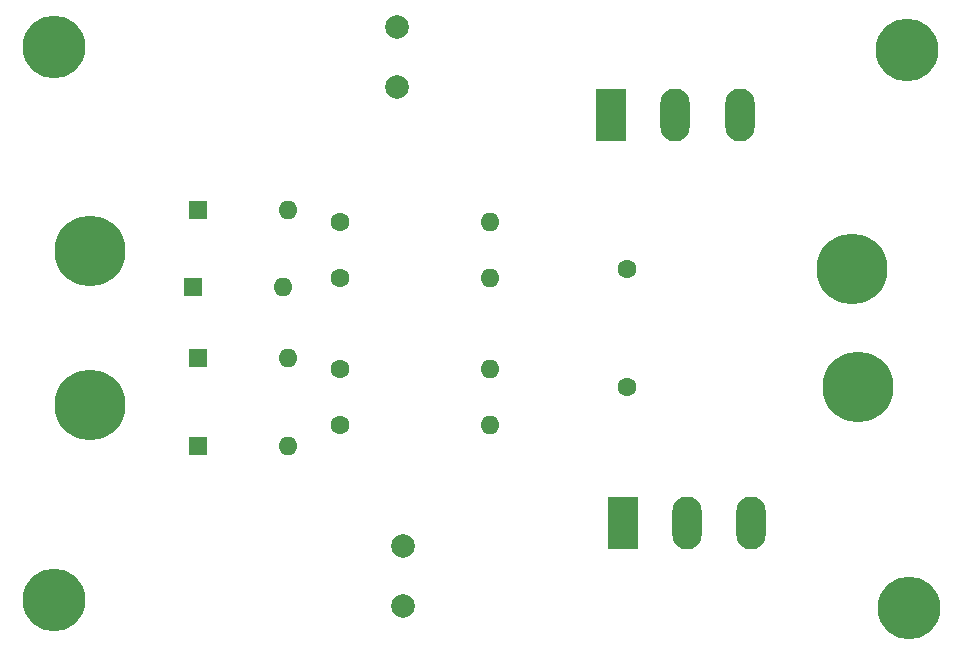
<source format=gbr>
%TF.GenerationSoftware,KiCad,Pcbnew,8.0.7*%
%TF.CreationDate,2025-10-16T17:38:00-07:00*%
%TF.ProjectId,ZVS Driver,5a565320-4472-4697-9665-722e6b696361,rev?*%
%TF.SameCoordinates,Original*%
%TF.FileFunction,Soldermask,Bot*%
%TF.FilePolarity,Negative*%
%FSLAX46Y46*%
G04 Gerber Fmt 4.6, Leading zero omitted, Abs format (unit mm)*
G04 Created by KiCad (PCBNEW 8.0.7) date 2025-10-16 17:38:00*
%MOMM*%
%LPD*%
G01*
G04 APERTURE LIST*
%ADD10C,1.600000*%
%ADD11O,1.600000X1.600000*%
%ADD12R,1.600000X1.600000*%
%ADD13C,5.300000*%
%ADD14R,2.500000X4.500000*%
%ADD15O,2.500000X4.500000*%
%ADD16C,2.000000*%
%ADD17C,6.000000*%
G04 APERTURE END LIST*
D10*
%TO.C,R4*%
X165650000Y-93250000D03*
D11*
X178350000Y-93250000D03*
%TD*%
D12*
%TO.C,D2*%
X153190000Y-81500000D03*
D11*
X160810000Y-81500000D03*
%TD*%
D13*
%TO.C,H2*%
X213715600Y-61468000D03*
%TD*%
D12*
%TO.C,D1*%
X153690000Y-75000000D03*
D11*
X161310000Y-75000000D03*
%TD*%
D10*
%TO.C,R1*%
X165650000Y-76000000D03*
D11*
X178350000Y-76000000D03*
%TD*%
D14*
%TO.C,Q1*%
X188600000Y-67000000D03*
D15*
X194050000Y-67000000D03*
X199500000Y-67000000D03*
%TD*%
D16*
%TO.C,L2*%
X171000000Y-103460000D03*
X171000000Y-108540000D03*
%TD*%
D10*
%TO.C,R2*%
X165650000Y-80750000D03*
D11*
X178350000Y-80750000D03*
%TD*%
D12*
%TO.C,D3*%
X153690000Y-87500000D03*
D11*
X161310000Y-87500000D03*
%TD*%
D17*
%TO.C,J3*%
X144500000Y-78500000D03*
%TD*%
D12*
%TO.C,D4*%
X153690000Y-95000000D03*
D11*
X161310000Y-95000000D03*
%TD*%
D10*
%TO.C,C1*%
X190000000Y-90000000D03*
X190000000Y-80000000D03*
%TD*%
D13*
%TO.C,H1*%
X141478000Y-61214000D03*
%TD*%
%TO.C,H4*%
X213817200Y-108712000D03*
%TD*%
D10*
%TO.C,R3*%
X165650000Y-88500000D03*
D11*
X178350000Y-88500000D03*
%TD*%
D17*
%TO.C,J2*%
X209500000Y-90000000D03*
%TD*%
D16*
%TO.C,L1*%
X170500000Y-59500000D03*
X170500000Y-64580000D03*
%TD*%
D13*
%TO.C,H3*%
X141478000Y-108000800D03*
%TD*%
D17*
%TO.C,J1*%
X144500000Y-91500000D03*
%TD*%
%TO.C,J4*%
X209000000Y-80000000D03*
%TD*%
D14*
%TO.C,Q2*%
X189600000Y-101500000D03*
D15*
X195050000Y-101500000D03*
X200500000Y-101500000D03*
%TD*%
M02*

</source>
